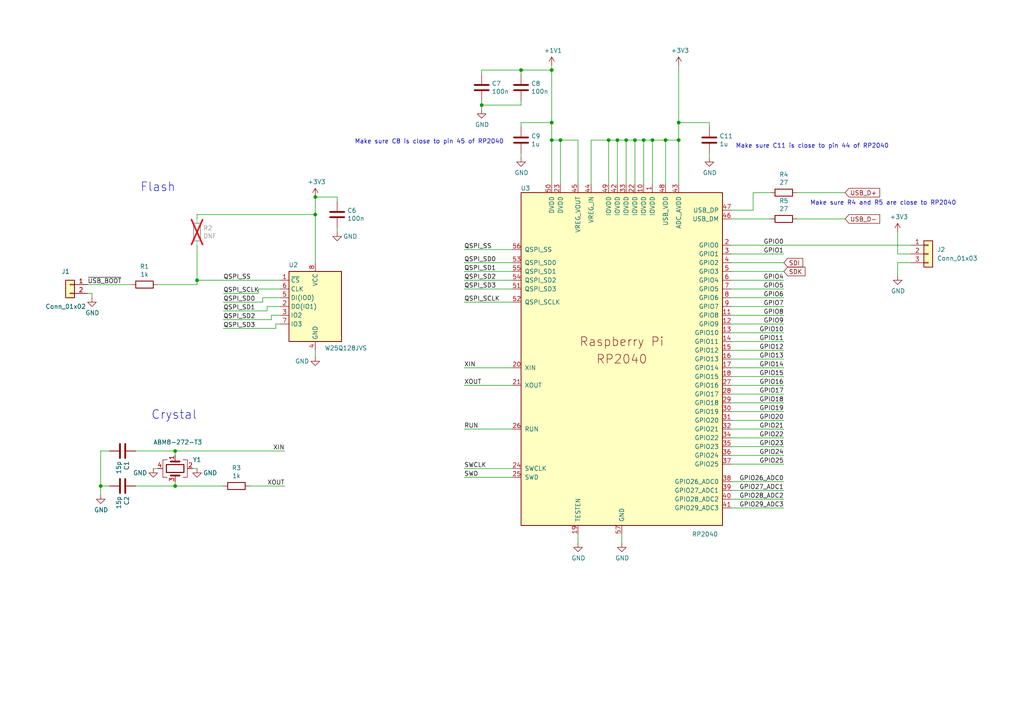
<source format=kicad_sch>
(kicad_sch (version 20231120) (generator "eeschema") (generator_version "8.0")
  (paper "A4")
  (lib_symbols
    (symbol "Connector_Generic:Conn_01x02" (pin_names (offset 1.016) hide)
      (property "Reference" "J" (at 0 2.54 0))
      (property "Value" "Conn_01x02" (at 0 -5.08 0))
      (symbol "Conn_01x02_1_1"
        (rectangle (start -1.27 -2.413) (end 0 -2.667) (stroke (width 0.1524)))
        (rectangle (start -1.27 0.127) (end 0 -0.127) (stroke (width 0.1524)))
        (rectangle (start -1.27 1.27) (end 1.27 -3.81) (stroke (width 0.254)) (fill (type background)))
        (pin passive line (at -5.08 0 0) (length 3.81) (name "Pin_1") (number "1"))
        (pin passive line (at -5.08 -2.54 0) (length 3.81) (name "Pin_2") (number "2"))
      )
    )
    (symbol "Connector_Generic:Conn_01x03" (pin_names (offset 1.016) hide)
      (property "Reference" "J" (at 0 5.08 0))
      (property "Value" "Conn_01x03" (at 0 -5.08 0))
      (symbol "Conn_01x03_1_1"
        (rectangle (start -1.27 -2.413) (end 0 -2.667) (stroke (width 0.1524)))
        (rectangle (start -1.27 0.127) (end 0 -0.127) (stroke (width 0.1524)))
        (rectangle (start -1.27 2.667) (end 0 2.413) (stroke (width 0.1524)))
        (rectangle (start -1.27 3.81) (end 1.27 -3.81) (stroke (width 0.254)) (fill (type background)))
        (pin passive line (at -5.08 2.54 0) (length 3.81) (name "Pin_1") (number "1"))
        (pin passive line (at -5.08 0 0) (length 3.81) (name "Pin_2") (number "2"))
        (pin passive line (at -5.08 -2.54 0) (length 3.81) (name "Pin_3") (number "3"))
      )
    )
    (symbol "Device:C" (pin_numbers hide) (pin_names (offset 0.254))
      (property "Reference" "C" (at 0.635 2.54 0))
      (property "Value" "C" (at 0.635 -2.54 0))
      (symbol "C_0_1"
        (polyline (pts (xy -2.032 -0.762) (xy 2.032 -0.762)) (stroke (width 0.508)))
        (polyline (pts (xy -2.032 0.762) (xy 2.032 0.762)) (stroke (width 0.508)))
      )
      (symbol "C_1_1"
        (pin passive line (at 0 3.81 270) (length 2.794) (name "~") (number "1"))
        (pin passive line (at 0 -3.81 90) (length 2.794) (name "~") (number "2"))
      )
    )
    (symbol "Device:Crystal_GND24" (pin_names (offset 1.016) hide)
      (property "Reference" "Y" (at 3.175 5.08 0))
      (property "Value" "Crystal_GND24" (at 3.175 3.175 0))
      (symbol "Crystal_GND24_0_1"
        (rectangle (start -1.143 2.54) (end 1.143 -2.54) (stroke (width 0.3048)))
        (polyline (pts (xy -2.54 0) (xy -2.032 0)))
        (polyline (pts (xy -2.032 -1.27) (xy -2.032 1.27)) (stroke (width 0.508)))
        (polyline (pts (xy 0 -3.81) (xy 0 -3.556)))
        (polyline (pts (xy 0 3.556) (xy 0 3.81)))
        (polyline (pts (xy 2.032 -1.27) (xy 2.032 1.27)) (stroke (width 0.508)))
        (polyline (pts (xy 2.032 0) (xy 2.54 0)))
        (polyline (pts (xy -2.54 -2.286) (xy -2.54 -3.556) (xy 2.54 -3.556) (xy 2.54 -2.286)))
        (polyline (pts (xy -2.54 2.286) (xy -2.54 3.556) (xy 2.54 3.556) (xy 2.54 2.286)))
      )
      (symbol "Crystal_GND24_1_1"
        (pin passive line (at -3.81 0 0) (length 1.27) (name "1") (number "1"))
        (pin passive line (at 0 5.08 270) (length 1.27) (name "2") (number "2"))
        (pin passive line (at 3.81 0 180) (length 1.27) (name "3") (number "3"))
        (pin passive line (at 0 -5.08 90) (length 1.27) (name "4") (number "4"))
      )
    )
    (symbol "Device:R" (pin_numbers hide) (pin_names (offset 0))
      (property "Reference" "R" (at 2.032 0 90))
      (property "Value" "R" (at 0 0 90))
      (symbol "R_0_1"
        (rectangle (start -1.016 -2.54) (end 1.016 2.54) (stroke (width 0.254)))
      )
      (symbol "R_1_1"
        (pin passive line (at 0 3.81 270) (length 1.27) (name "~") (number "1"))
        (pin passive line (at 0 -3.81 90) (length 1.27) (name "~") (number "2"))
      )
    )
    (symbol "MCU_RaspberryPi_RP2040:RP2040" (pin_names (offset 1.016))
      (property "Reference" "U" (at -29.21 49.53 0))
      (property "Value" "RP2040" (at 24.13 -49.53 0))
      (symbol "RP2040_0_0"
        (text "Raspberry Pi" (at 0 5.08 0) (effects (font (size 2.54 2.54))))
        (text "RP2040" (at 0 0 0) (effects (font (size 2.54 2.54))))
      )
      (symbol "RP2040_0_1"
        (rectangle (start 29.21 48.26) (end -29.21 -48.26) (stroke (width 0.254)) (fill (type background)))
      )
      (symbol "RP2040_1_1"
        (pin power_in line (at 8.89 50.8 270) (length 2.54) (name "IOVDD") (number "1"))
        (pin power_in line (at 6.35 50.8 270) (length 2.54) (name "IOVDD") (number "10"))
        (pin bidirectional line (at 31.75 12.7 180) (length 2.54) (name "GPIO8") (number "11"))
        (pin bidirectional line (at 31.75 10.16 180) (length 2.54) (name "GPIO9") (number "12"))
        (pin bidirectional line (at 31.75 7.62 180) (length 2.54) (name "GPIO10") (number "13"))
        (pin bidirectional line (at 31.75 5.08 180) (length 2.54) (name "GPIO11") (number "14"))
        (pin bidirectional line (at 31.75 2.54 180) (length 2.54) (name "GPIO12") (number "15"))
        (pin bidirectional line (at 31.75 0 180) (length 2.54) (name "GPIO13") (number "16"))
        (pin bidirectional line (at 31.75 -2.54 180) (length 2.54) (name "GPIO14") (number "17"))
        (pin bidirectional line (at 31.75 -5.08 180) (length 2.54) (name "GPIO15") (number "18"))
        (pin passive line (at -12.7 -50.8 90) (length 2.54) (name "TESTEN") (number "19"))
        (pin bidirectional line (at 31.75 33.02 180) (length 2.54) (name "GPIO0") (number "2"))
        (pin input line (at -31.75 -2.54 0) (length 2.54) (name "XIN") (number "20"))
        (pin passive line (at -31.75 -7.62 0) (length 2.54) (name "XOUT") (number "21"))
        (pin power_in line (at 3.81 50.8 270) (length 2.54) (name "IOVDD") (number "22"))
        (pin power_in line (at -17.78 50.8 270) (length 2.54) (name "DVDD") (number "23"))
        (pin output line (at -31.75 -31.75 0) (length 2.54) (name "SWCLK") (number "24"))
        (pin bidirectional line (at -31.75 -34.29 0) (length 2.54) (name "SWD") (number "25"))
        (pin input line (at -31.75 -20.32 0) (length 2.54) (name "RUN") (number "26"))
        (pin bidirectional line (at 31.75 -7.62 180) (length 2.54) (name "GPIO16") (number "27"))
        (pin bidirectional line (at 31.75 -10.16 180) (length 2.54) (name "GPIO17") (number "28"))
        (pin bidirectional line (at 31.75 -12.7 180) (length 2.54) (name "GPIO18") (number "29"))
        (pin bidirectional line (at 31.75 30.48 180) (length 2.54) (name "GPIO1") (number "3"))
        (pin bidirectional line (at 31.75 -15.24 180) (length 2.54) (name "GPIO19") (number "30"))
        (pin bidirectional line (at 31.75 -17.78 180) (length 2.54) (name "GPIO20") (number "31"))
        (pin bidirectional line (at 31.75 -20.32 180) (length 2.54) (name "GPIO21") (number "32"))
        (pin power_in line (at 1.27 50.8 270) (length 2.54) (name "IOVDD") (number "33"))
        (pin bidirectional line (at 31.75 -22.86 180) (length 2.54) (name "GPIO22") (number "34"))
        (pin bidirectional line (at 31.75 -25.4 180) (length 2.54) (name "GPIO23") (number "35"))
        (pin bidirectional line (at 31.75 -27.94 180) (length 2.54) (name "GPIO24") (number "36"))
        (pin bidirectional line (at 31.75 -30.48 180) (length 2.54) (name "GPIO25") (number "37"))
        (pin bidirectional line (at 31.75 -35.56 180) (length 2.54) (name "GPIO26_ADC0") (number "38"))
        (pin bidirectional line (at 31.75 -38.1 180) (length 2.54) (name "GPIO27_ADC1") (number "39"))
        (pin bidirectional line (at 31.75 27.94 180) (length 2.54) (name "GPIO2") (number "4"))
        (pin bidirectional line (at 31.75 -40.64 180) (length 2.54) (name "GPIO28_ADC2") (number "40"))
        (pin bidirectional line (at 31.75 -43.18 180) (length 2.54) (name "GPIO29_ADC3") (number "41"))
        (pin power_in line (at -1.27 50.8 270) (length 2.54) (name "IOVDD") (number "42"))
        (pin power_in line (at 16.51 50.8 270) (length 2.54) (name "ADC_AVDD") (number "43"))
        (pin power_in line (at -8.89 50.8 270) (length 2.54) (name "VREG_IN") (number "44"))
        (pin power_out line (at -12.7 50.8 270) (length 2.54) (name "VREG_VOUT") (number "45"))
        (pin bidirectional line (at 31.75 40.64 180) (length 2.54) (name "USB_DM") (number "46"))
        (pin bidirectional line (at 31.75 43.18 180) (length 2.54) (name "USB_DP") (number "47"))
        (pin power_in line (at 12.7 50.8 270) (length 2.54) (name "USB_VDD") (number "48"))
        (pin power_in line (at -3.81 50.8 270) (length 2.54) (name "IOVDD") (number "49"))
        (pin bidirectional line (at 31.75 25.4 180) (length 2.54) (name "GPIO3") (number "5"))
        (pin power_in line (at -20.32 50.8 270) (length 2.54) (name "DVDD") (number "50"))
        (pin bidirectional line (at -31.75 20.32 0) (length 2.54) (name "QSPI_SD3") (number "51"))
        (pin output line (at -31.75 16.51 0) (length 2.54) (name "QSPI_SCLK") (number "52"))
        (pin bidirectional line (at -31.75 27.94 0) (length 2.54) (name "QSPI_SD0") (number "53"))
        (pin bidirectional line (at -31.75 22.86 0) (length 2.54) (name "QSPI_SD2") (number "54"))
        (pin bidirectional line (at -31.75 25.4 0) (length 2.54) (name "QSPI_SD1") (number "55"))
        (pin bidirectional line (at -31.75 31.75 0) (length 2.54) (name "QSPI_SS") (number "56"))
        (pin power_in line (at 0 -50.8 90) (length 2.54) (name "GND") (number "57"))
        (pin bidirectional line (at 31.75 22.86 180) (length 2.54) (name "GPIO4") (number "6"))
        (pin bidirectional line (at 31.75 20.32 180) (length 2.54) (name "GPIO5") (number "7"))
        (pin bidirectional line (at 31.75 17.78 180) (length 2.54) (name "GPIO6") (number "8"))
        (pin bidirectional line (at 31.75 15.24 180) (length 2.54) (name "GPIO7") (number "9"))
      )
    )
    (symbol "Memory_Flash:W25Q128JVS"
      (property "Reference" "U" (at -8.89 8.89 0))
      (property "Value" "W25Q128JVS" (at 7.62 8.89 0))
      (symbol "W25Q128JVS_0_1"
        (rectangle (start -7.62 10.16) (end 7.62 -10.16) (stroke (width 0.254)) (fill (type background)))
      )
      (symbol "W25Q128JVS_1_1"
        (pin input line (at -10.16 7.62 0) (length 2.54) (name "~{CS}") (number "1"))
        (pin bidirectional line (at -10.16 0 0) (length 2.54) (name "DO(IO1)") (number "2"))
        (pin bidirectional line (at -10.16 -2.54 0) (length 2.54) (name "IO2") (number "3"))
        (pin power_in line (at 0 -12.7 90) (length 2.54) (name "GND") (number "4"))
        (pin bidirectional line (at -10.16 2.54 0) (length 2.54) (name "DI(IO0)") (number "5"))
        (pin input line (at -10.16 5.08 0) (length 2.54) (name "CLK") (number "6"))
        (pin bidirectional line (at -10.16 -5.08 0) (length 2.54) (name "IO3") (number "7"))
        (pin power_in line (at 0 12.7 270) (length 2.54) (name "VCC") (number "8"))
      )
    )
    (symbol "power:+1V1" (power) (pin_names (offset 0))
      (property "Value" "+1V1" (at 0 3.556 0))
      (symbol "+1V1_0_1"
        (polyline (pts (xy -0.762 1.27) (xy 0 2.54)))
        (polyline (pts (xy 0 0) (xy 0 2.54)))
        (polyline (pts (xy 0 2.54) (xy 0.762 1.27)))
      )
      (symbol "+1V1_1_1"
        (pin power_in line (at 0 0 90) (length 0) hide (name "+1V1") (number "1"))
      )
    )
    (symbol "power:+3V3" (power) (pin_names (offset 0))
      (property "Value" "+3V3" (at 0 3.556 0))
      (symbol "+3V3_0_1"
        (polyline (pts (xy -0.762 1.27) (xy 0 2.54)))
        (polyline (pts (xy 0 0) (xy 0 2.54)))
        (polyline (pts (xy 0 2.54) (xy 0.762 1.27)))
      )
      (symbol "+3V3_1_1"
        (pin power_in line (at 0 0 90) (length 0) hide (name "+3V3") (number "1"))
      )
    )
    (symbol "power:GND" (power) (pin_names (offset 0))
      (property "Value" "GND" (at 0 -3.81 0))
      (symbol "GND_0_1"
        (polyline (pts (xy 0 0) (xy 0 -1.27) (xy 1.27 -1.27) (xy 0 -2.54) (xy -1.27 -1.27) (xy 0 -1.27)))
      )
      (symbol "GND_1_1"
        (pin power_in line (at 0 0 270) (length 0) hide (name "GND") (number "1"))
      )
    )
  )
  (junction (at 176.53 40.64))
  (junction (at 50.8 140.97))
  (junction (at 196.85 35.56))
  (junction (at 189.23 40.64))
  (junction (at 139.7 30.48))
  (junction (at 91.44 62.23))
  (junction (at 50.8 130.81))
  (junction (at 160.02 40.64))
  (junction (at 57.15 81.28))
  (junction (at 196.85 40.64))
  (junction (at 184.15 40.64))
  (junction (at 160.02 35.56))
  (junction (at 186.69 40.64))
  (junction (at 91.44 57.15))
  (junction (at 162.56 40.64))
  (junction (at 179.07 40.64))
  (junction (at 193.04 40.64))
  (junction (at 29.21 140.97))
  (junction (at 160.02 20.32))
  (junction (at 181.61 40.64))
  (junction (at 151.13 20.32))
  (wire (pts (xy 97.79 58.42) (xy 97.79 57.15)))
  (wire (pts (xy 39.37 140.97) (xy 50.8 140.97)))
  (wire (pts (xy 196.85 35.56) (xy 196.85 40.64)))
  (wire (pts (xy 148.59 72.39) (xy 134.62 72.39)))
  (wire (pts (xy 196.85 19.05) (xy 196.85 35.56)))
  (wire (pts (xy 74.93 83.82) (xy 74.93 85.09)))
  (wire (pts (xy 167.64 40.64) (xy 162.56 40.64)))
  (wire (pts (xy 212.09 86.36) (xy 227.33 86.36)))
  (wire (pts (xy 167.64 53.34) (xy 167.64 40.64)))
  (wire (pts (xy 162.56 53.34) (xy 162.56 40.64)))
  (wire (pts (xy 50.8 130.81) (xy 82.55 130.81)))
  (wire (pts (xy 76.2 86.36) (xy 76.2 87.63)))
  (wire (pts (xy 134.62 83.82) (xy 148.59 83.82)))
  (wire (pts (xy 57.15 63.5) (xy 57.15 62.23)))
  (wire (pts (xy 151.13 20.32) (xy 160.02 20.32)))
  (wire (pts (xy 196.85 35.56) (xy 205.74 35.56)))
  (wire (pts (xy 31.75 140.97) (xy 29.21 140.97)))
  (wire (pts (xy 160.02 35.56) (xy 160.02 40.64)))
  (wire (pts (xy 55.88 135.89) (xy 57.15 135.89)))
  (wire (pts (xy 260.35 76.2) (xy 260.35 80.01)))
  (wire (pts (xy 231.14 63.5) (xy 245.11 63.5)))
  (wire (pts (xy 167.64 154.94) (xy 167.64 157.48)))
  (wire (pts (xy 212.09 116.84) (xy 227.33 116.84)))
  (wire (pts (xy 176.53 53.34) (xy 176.53 40.64)))
  (wire (pts (xy 196.85 40.64) (xy 196.85 53.34)))
  (wire (pts (xy 78.74 91.44) (xy 78.74 92.71)))
  (wire (pts (xy 212.09 124.46) (xy 227.33 124.46)))
  (wire (pts (xy 212.09 106.68) (xy 227.33 106.68)))
  (wire (pts (xy 139.7 30.48) (xy 139.7 31.75)))
  (wire (pts (xy 212.09 139.7) (xy 227.33 139.7)))
  (wire (pts (xy 212.09 129.54) (xy 227.33 129.54)))
  (wire (pts (xy 212.09 134.62) (xy 227.33 134.62)))
  (wire (pts (xy 139.7 29.21) (xy 139.7 30.48)))
  (wire (pts (xy 80.01 95.25) (xy 64.77 95.25)))
  (wire (pts (xy 176.53 40.64) (xy 179.07 40.64)))
  (wire (pts (xy 148.59 87.63) (xy 134.62 87.63)))
  (wire (pts (xy 57.15 62.23) (xy 91.44 62.23)))
  (wire (pts (xy 218.44 55.88) (xy 218.44 60.96)))
  (wire (pts (xy 184.15 53.34) (xy 184.15 40.64)))
  (wire (pts (xy 171.45 53.34) (xy 171.45 40.64)))
  (wire (pts (xy 31.75 130.81) (xy 29.21 130.81)))
  (wire (pts (xy 151.13 36.83) (xy 151.13 35.56)))
  (wire (pts (xy 212.09 91.44) (xy 227.33 91.44)))
  (wire (pts (xy 205.74 44.45) (xy 205.74 45.72)))
  (wire (pts (xy 50.8 140.97) (xy 64.77 140.97)))
  (wire (pts (xy 212.09 114.3) (xy 227.33 114.3)))
  (wire (pts (xy 97.79 66.04) (xy 97.79 67.31)))
  (wire (pts (xy 212.09 83.82) (xy 227.33 83.82)))
  (wire (pts (xy 160.02 19.05) (xy 160.02 20.32)))
  (wire (pts (xy 212.09 71.12) (xy 264.16 71.12)))
  (wire (pts (xy 181.61 53.34) (xy 181.61 40.64)))
  (wire (pts (xy 160.02 20.32) (xy 160.02 35.56)))
  (wire (pts (xy 139.7 30.48) (xy 151.13 30.48)))
  (wire (pts (xy 179.07 40.64) (xy 181.61 40.64)))
  (wire (pts (xy 148.59 135.89) (xy 134.62 135.89)))
  (wire (pts (xy 212.09 73.66) (xy 227.33 73.66)))
  (wire (pts (xy 38.1 82.55) (xy 25.4 82.55)))
  (wire (pts (xy 231.14 55.88) (xy 245.11 55.88)))
  (wire (pts (xy 181.61 40.64) (xy 184.15 40.64)))
  (wire (pts (xy 162.56 40.64) (xy 160.02 40.64)))
  (wire (pts (xy 212.09 63.5) (xy 223.52 63.5)))
  (wire (pts (xy 78.74 92.71) (xy 64.77 92.71)))
  (wire (pts (xy 97.79 57.15) (xy 91.44 57.15)))
  (wire (pts (xy 57.15 81.28) (xy 81.28 81.28)))
  (wire (pts (xy 151.13 21.59) (xy 151.13 20.32)))
  (wire (pts (xy 260.35 67.31) (xy 260.35 73.66)))
  (wire (pts (xy 91.44 103.505) (xy 91.44 101.6)))
  (wire (pts (xy 74.93 85.09) (xy 64.77 85.09)))
  (wire (pts (xy 139.7 21.59) (xy 139.7 20.32)))
  (wire (pts (xy 81.28 88.9) (xy 77.47 88.9)))
  (wire (pts (xy 148.59 124.46) (xy 134.62 124.46)))
  (wire (pts (xy 80.01 93.98) (xy 80.01 95.25)))
  (wire (pts (xy 139.7 20.32) (xy 151.13 20.32)))
  (wire (pts (xy 193.04 40.64) (xy 196.85 40.64)))
  (wire (pts (xy 57.15 81.28) (xy 57.15 82.55)))
  (wire (pts (xy 193.04 53.34) (xy 193.04 40.64)))
  (wire (pts (xy 186.69 53.34) (xy 186.69 40.64)))
  (wire (pts (xy 212.09 88.9) (xy 227.33 88.9)))
  (wire (pts (xy 212.09 81.28) (xy 227.33 81.28)))
  (wire (pts (xy 148.59 111.76) (xy 134.62 111.76)))
  (wire (pts (xy 212.09 132.08) (xy 227.33 132.08)))
  (wire (pts (xy 50.8 132.08) (xy 50.8 130.81)))
  (wire (pts (xy 76.2 87.63) (xy 64.77 87.63)))
  (wire (pts (xy 77.47 90.17) (xy 64.77 90.17)))
  (wire (pts (xy 50.8 139.7) (xy 50.8 140.97)))
  (wire (pts (xy 171.45 40.64) (xy 176.53 40.64)))
  (wire (pts (xy 57.15 71.12) (xy 57.15 81.28)))
  (wire (pts (xy 179.07 53.34) (xy 179.07 40.64)))
  (wire (pts (xy 264.16 73.66) (xy 260.35 73.66)))
  (wire (pts (xy 212.09 127) (xy 227.33 127)))
  (wire (pts (xy 160.02 40.64) (xy 160.02 53.34)))
  (wire (pts (xy 148.59 138.43) (xy 134.62 138.43)))
  (wire (pts (xy 212.09 147.32) (xy 227.33 147.32)))
  (wire (pts (xy 91.44 57.15) (xy 91.44 62.23)))
  (wire (pts (xy 151.13 44.45) (xy 151.13 45.72)))
  (wire (pts (xy 186.69 40.64) (xy 189.23 40.64)))
  (wire (pts (xy 29.21 140.97) (xy 29.21 143.51)))
  (wire (pts (xy 212.09 99.06) (xy 227.33 99.06)))
  (wire (pts (xy 212.09 119.38) (xy 227.33 119.38)))
  (wire (pts (xy 212.09 60.96) (xy 218.44 60.96)))
  (wire (pts (xy 212.09 111.76) (xy 227.33 111.76)))
  (wire (pts (xy 212.09 96.52) (xy 227.33 96.52)))
  (wire (pts (xy 184.15 40.64) (xy 186.69 40.64)))
  (wire (pts (xy 189.23 40.64) (xy 193.04 40.64)))
  (wire (pts (xy 91.44 62.23) (xy 91.44 76.2)))
  (wire (pts (xy 205.74 36.83) (xy 205.74 35.56)))
  (wire (pts (xy 212.09 104.14) (xy 227.33 104.14)))
  (wire (pts (xy 81.28 86.36) (xy 76.2 86.36)))
  (wire (pts (xy 81.28 91.44) (xy 78.74 91.44)))
  (wire (pts (xy 81.28 93.98) (xy 80.01 93.98)))
  (wire (pts (xy 212.09 121.92) (xy 227.33 121.92)))
  (wire (pts (xy 212.09 76.2) (xy 227.33 76.2)))
  (wire (pts (xy 25.4 85.09) (xy 26.67 85.09)))
  (wire (pts (xy 212.09 101.6) (xy 227.33 101.6)))
  (wire (pts (xy 29.21 130.81) (xy 29.21 140.97)))
  (wire (pts (xy 39.37 130.81) (xy 50.8 130.81)))
  (wire (pts (xy 189.23 40.64) (xy 189.23 53.34)))
  (wire (pts (xy 74.93 83.82) (xy 81.28 83.82)))
  (wire (pts (xy 218.44 55.88) (xy 223.52 55.88)))
  (wire (pts (xy 134.62 78.74) (xy 148.59 78.74)))
  (wire (pts (xy 212.09 142.24) (xy 227.33 142.24)))
  (wire (pts (xy 180.34 154.94) (xy 180.34 157.48)))
  (wire (pts (xy 212.09 93.98) (xy 227.33 93.98)))
  (wire (pts (xy 134.62 106.68) (xy 148.59 106.68)))
  (wire (pts (xy 44.45 135.89) (xy 45.72 135.89)))
  (wire (pts (xy 77.47 88.9) (xy 77.47 90.17)))
  (wire (pts (xy 134.62 81.28) (xy 148.59 81.28)))
  (wire (pts (xy 151.13 35.56) (xy 160.02 35.56)))
  (wire (pts (xy 212.09 109.22) (xy 227.33 109.22)))
  (wire (pts (xy 264.16 76.2) (xy 260.35 76.2)))
  (wire (pts (xy 212.09 78.74) (xy 227.33 78.74)))
  (wire (pts (xy 26.67 85.09) (xy 26.67 86.36)))
  (wire (pts (xy 45.72 82.55) (xy 57.15 82.55)))
  (wire (pts (xy 134.62 76.2) (xy 148.59 76.2)))
  (wire (pts (xy 72.39 140.97) (xy 82.55 140.97)))
  (wire (pts (xy 212.09 144.78) (xy 227.33 144.78)))
  (wire (pts (xy 151.13 30.48) (xy 151.13 29.21)))
  (text "Crystal" (at 43.815 121.92 0) (effects (font (size 2.54 2.54)) (justify left bottom)))
  (text "Flash" (at 40.64 55.88 0) (effects (font (size 2.54 2.54)) (justify left bottom)))
  (text "Make sure R4 and R5 are close to RP2040" (at 234.95 59.69 0) (effects (font (size 1.27 1.27)) (justify left bottom)))
  (text "Make sure C11 is close to pin 44 of RP2040" (at 213.36 43.18 0) (effects (font (size 1.27 1.27)) (justify left bottom)))
  (text "Make sure C8 is close to pin 45 of RP2040" (at 102.87 41.91 0) (effects (font (size 1.27 1.27)) (justify left bottom)))
  (label "GPIO9" (at 227.33 93.98 180))
  (label "GPIO21" (at 227.33 124.46 180))
  (label "GPIO27_ADC1" (at 227.33 142.24 180))
  (label "GPIO18" (at 227.33 116.84 180))
  (label "GPIO22" (at 227.33 127 180))
  (label "XIN" (at 82.55 130.81 180))
  (label "QSPI_SD3" (at 64.77 95.25 0))
  (label "QSPI_SD2" (at 134.62 81.28 0))
  (label "QSPI_SCLK" (at 64.77 85.09 0))
  (label "GPIO16" (at 227.33 111.76 180))
  (label "GPIO1" (at 227.33 73.66 180))
  (label "GPIO6" (at 227.33 86.36 180))
  (label "GPIO29_ADC3" (at 227.33 147.32 180))
  (label "GPIO12" (at 227.33 101.6 180))
  (label "QSPI_SD2" (at 64.77 92.71 0))
  (label "QSPI_SD0" (at 64.77 87.63 0))
  (label "GPIO0" (at 227.33 71.12 180))
  (label "GPIO5" (at 227.33 83.82 180))
  (label "GPIO4" (at 227.33 81.28 180))
  (label "XOUT" (at 82.55 140.97 180))
  (label "QSPI_SD3" (at 134.62 83.82 0))
  (label "GPIO17" (at 227.33 114.3 180))
  (label "GPIO24" (at 227.33 132.08 180))
  (label "GPIO7" (at 227.33 88.9 180))
  (label "SWD" (at 134.62 138.43 0))
  (label "GPIO15" (at 227.33 109.22 180))
  (label "GPIO14" (at 227.33 106.68 180))
  (label "QSPI_SS" (at 134.62 72.39 0))
  (label "GPIO26_ADC0" (at 227.33 139.7 180))
  (label "GPIO10" (at 227.33 96.52 180))
  (label "QSPI_SD1" (at 134.62 78.74 0))
  (label "XIN" (at 134.62 106.68 0))
  (label "QSPI_SD1" (at 64.77 90.17 0))
  (label "RUN" (at 134.62 124.46 0))
  (label "GPIO23" (at 227.33 129.54 180))
  (label "GPIO20" (at 227.33 121.92 180))
  (label "GPIO11" (at 227.33 99.06 180))
  (label "QSPI_SCLK" (at 134.62 87.63 0))
  (label "GPIO19" (at 227.33 119.38 180))
  (label "QSPI_SS" (at 64.77 81.28 0))
  (label "GPIO13" (at 227.33 104.14 180))
  (label "XOUT" (at 134.62 111.76 0))
  (label "GPIO8" (at 227.33 91.44 180))
  (label "GPIO25" (at 227.33 134.62 180))
  (label "SWCLK" (at 134.62 135.89 0))
  (label "~{USB_BOOT}" (at 25.4 82.55 0))
  (label "QSPI_SD0" (at 134.62 76.2 0))
  (label "GPIO28_ADC2" (at 227.33 144.78 180))
  (global_label "SDK" (shape input) (at 227.33 78.74 0) (property "Intersheetrefs" "${INTERSHEET_REFS}" (effects (hide yes))))
  (global_label "USB_D+" (shape input) (at 245.11 55.88 0) (property "Intersheetrefs" "${INTERSHEET_REFS}" (effects (hide yes))))
  (global_label "USB_D-" (shape input) (at 245.11 63.5 0) (property "Intersheetrefs" "${INTERSHEET_REFS}" (effects (hide yes))))
  (global_label "SDI" (shape input) (at 227.33 76.2 0) (property "Intersheetrefs" "${INTERSHEET_REFS}" (effects (hide yes))))
  (symbol (lib_id "power:GND") (at 57.15 135.89 0) (unit 1)
    (property "Reference" "#PWR07" (effects (hide yes)))
    (property "Value" "GND" (at 60.96 137.16 0))
  )
  (symbol (lib_id "power:GND") (at 180.34 157.48 0) (unit 1)
    (property "Reference" "#PWR020" (effects (hide yes)))
    (property "Value" "GND" (at 180.467 161.8742 0))
  )
  (symbol (lib_id "power:+3V3") (at 91.44 57.15 0) (unit 1)
    (property "Reference" "#PWR013" (effects (hide yes)))
    (property "Value" "+3V3" (at 91.821 52.7558 0))
  )
  (symbol (lib_id "power:GND") (at 26.67 86.36 0) (unit 1)
    (property "Reference" "#PWR03" (effects (hide yes)))
    (property "Value" "GND" (at 26.797 90.7542 0))
  )
  (symbol (lib_id "power:GND") (at 44.45 135.89 0) (unit 1)
    (property "Reference" "#PWR05" (effects (hide yes)))
    (property "Value" "GND" (at 40.64 137.16 0))
  )
  (symbol (lib_id "power:GND") (at 151.13 45.72 0) (unit 1)
    (property "Reference" "#PWR017" (effects (hide yes)))
    (property "Value" "GND" (at 151.257 50.1142 0))
  )
  (symbol (lib_id "Device:R") (at 227.33 55.88 270) (unit 1)
    (property "Reference" "R4" (at 227.33 50.6222 90))
    (property "Value" "27" (at 227.33 52.9336 90))
    (property "Footprint" "Resistor_SMD:R_0402_1005Metric" (effects (hide yes)))
  )
  (symbol (lib_id "Connector_Generic:Conn_01x02") (at 20.32 82.55 0) (mirror y) (unit 1)
    (property "Reference" "J1" (at 19.05 78.74 0))
    (property "Value" "Conn_01x02" (at 19.05 88.9 0))
    (property "Footprint" "Connector_PinHeader_2.54mm:PinHeader_1x02_P2.54mm_Vertical" (effects (hide yes)))
  )
  (symbol (lib_id "Device:Crystal_GND24") (at 50.8 135.89 270) (unit 1)
    (property "Reference" "Y1" (at 55.88 133.35 90) (effects (justify left)))
    (property "Value" "ABM8-272-T3" (at 44.45 128.27 90) (effects (justify left)))
    (property "Footprint" "Crystal:Crystal_SMD_3225-4Pin_3.2x2.5mm" (effects (hide yes)))
  )
  (symbol (lib_id "power:+3V3") (at 260.35 67.31 0) (unit 1)
    (property "Reference" "#PWR033" (effects (hide yes)))
    (property "Value" "+3V3" (at 260.731 62.9158 0))
  )
  (symbol (lib_id "power:+3V3") (at 196.85 19.05 0) (unit 1)
    (property "Reference" "#PWR021" (effects (hide yes)))
    (property "Value" "+3V3" (at 197.231 14.6558 0))
  )
  (symbol (lib_id "power:GND") (at 29.21 143.51 0) (unit 1)
    (property "Reference" "#PWR02" (effects (hide yes)))
    (property "Value" "GND" (at 29.337 147.9042 0))
  )
  (symbol (lib_id "power:GND") (at 97.79 67.31 0) (unit 1)
    (property "Reference" "#PWR015" (effects (hide yes)))
    (property "Value" "GND" (at 101.6 68.58 0))
  )
  (symbol (lib_id "Device:C") (at 205.74 40.64 0) (unit 1)
    (property "Reference" "C11" (at 208.661 39.4716 0) (effects (justify left)))
    (property "Value" "1u" (at 208.661 41.783 0) (effects (justify left)))
    (property "Footprint" "Capacitor_SMD:C_0402_1005Metric" (effects (hide yes)))
  )
  (symbol (lib_id "Device:C") (at 97.79 62.23 0) (unit 1)
    (property "Reference" "C6" (at 100.711 61.0616 0) (effects (justify left)))
    (property "Value" "100n" (at 100.711 63.373 0) (effects (justify left)))
    (property "Footprint" "Capacitor_SMD:C_0402_1005Metric" (effects (hide yes)))
  )
  (symbol (lib_id "power:GND") (at 139.7 31.75 0) (unit 1)
    (property "Reference" "#PWR016" (effects (hide yes)))
    (property "Value" "GND" (at 139.827 36.1442 0))
  )
  (symbol (lib_id "power:GND") (at 91.44 103.505 0) (unit 1)
    (property "Reference" "#PWR014" (effects (hide yes)))
    (property "Value" "GND" (at 87.63 104.775 0))
  )
  (symbol (lib_id "MCU_RaspberryPi_RP2040:RP2040") (at 180.34 104.14 0) (unit 1)
    (property "Reference" "U3" (at 152.4 54.61 0))
    (property "Value" "RP2040" (at 204.47 154.94 0))
    (property "Footprint" "Package_DFN_QFN:QFN-56-1EP_7x7mm_P0.4mm_EP3.2x3.2mm" (effects (hide yes)))
  )
  (symbol (lib_id "Device:R") (at 68.58 140.97 270) (unit 1)
    (property "Reference" "R3" (at 68.58 135.7122 90))
    (property "Value" "1k" (at 68.58 138.0236 90))
    (property "Footprint" "Resistor_SMD:R_0402_1005Metric" (effects (hide yes)))
  )
  (symbol (lib_id "Device:C") (at 139.7 25.4 0) (unit 1)
    (property "Reference" "C7" (at 142.621 24.2316 0) (effects (justify left)))
    (property "Value" "100n" (at 142.621 26.543 0) (effects (justify left)))
    (property "Footprint" "Capacitor_SMD:C_0402_1005Metric" (effects (hide yes)))
  )
  (symbol (lib_id "Memory_Flash:W25Q128JVS") (at 91.44 88.9 0) (unit 1)
    (property "Reference" "U2" (at 85.09 76.835 0))
    (property "Value" "W25Q128JVS" (at 100.33 100.965 0))
    (property "Footprint" "Package_SO:SOIC-8_5.23x5.23mm_P1.27mm" (effects (hide yes)))
    (property "Datasheet" "http://www.winbond.com/resource-files/w25q128jv_dtr%20revc%2003272018%20plus.pdf" (effects (hide yes)))
  )
  (symbol (lib_id "Device:R") (at 57.15 67.31 0) (unit 1) (dnp yes)
    (property "Reference" "R2" (at 58.928 66.1416 0) (effects (justify left)))
    (property "Value" "DNF" (at 58.928 68.453 0) (effects (justify left)))
    (property "Footprint" "Resistor_SMD:R_0402_1005Metric" (effects (hide yes)))
  )
  (symbol (lib_id "Device:R") (at 227.33 63.5 270) (unit 1)
    (property "Reference" "R5" (at 227.33 58.2422 90))
    (property "Value" "27" (at 227.33 60.5536 90))
    (property "Footprint" "Resistor_SMD:R_0402_1005Metric" (effects (hide yes)))
  )
  (symbol (lib_id "power:+1V1") (at 160.02 19.05 0) (unit 1)
    (property "Reference" "#PWR018" (effects (hide yes)))
    (property "Value" "+1V1" (at 160.401 14.6558 0))
  )
  (symbol (lib_id "power:GND") (at 205.74 45.72 0) (unit 1)
    (property "Reference" "#PWR022" (effects (hide yes)))
    (property "Value" "GND" (at 205.867 50.1142 0))
  )
  (symbol (lib_id "power:GND") (at 167.64 157.48 0) (unit 1)
    (property "Reference" "#PWR019" (effects (hide yes)))
    (property "Value" "GND" (at 167.767 161.8742 0))
  )
  (symbol (lib_id "Connector_Generic:Conn_01x03") (at 269.24 73.66 0) (unit 1)
    (property "Reference" "J2" (at 271.78 72.3899 0) (effects (justify left)))
    (property "Value" "Conn_01x03" (at 271.78 74.9299 0) (effects (justify left)))
    (property "Footprint" "Connector_PinHeader_2.54mm:PinHeader_1x03_P2.54mm_Vertical" (effects (hide yes)))
    (property "Description" "Generic connector, single row, 01x03, script generated (kicad-library-utils/schlib/autogen/connector/)" (effects (hide yes)))
  )
  (symbol (lib_id "Device:C") (at 151.13 25.4 0) (unit 1)
    (property "Reference" "C8" (at 154.051 24.2316 0) (effects (justify left)))
    (property "Value" "100n" (at 154.051 26.543 0) (effects (justify left)))
    (property "Footprint" "Capacitor_SMD:C_0402_1005Metric" (effects (hide yes)))
  )
  (symbol (lib_id "Device:C") (at 35.56 130.81 270) (unit 1)
    (property "Reference" "C1" (at 36.7284 133.731 0) (effects (justify left)))
    (property "Value" "15p" (at 34.417 133.731 0) (effects (justify left)))
    (property "Footprint" "Capacitor_SMD:C_0402_1005Metric" (effects (hide yes)))
  )
  (symbol (lib_id "power:GND") (at 260.35 80.01 0) (unit 1)
    (property "Reference" "#PWR034" (effects (hide yes)))
    (property "Value" "GND" (at 260.477 84.4042 0))
  )
  (symbol (lib_id "Device:C") (at 35.56 140.97 270) (unit 1)
    (property "Reference" "C2" (at 36.7284 143.891 0) (effects (justify left)))
    (property "Value" "15p" (at 34.417 143.891 0) (effects (justify left)))
    (property "Footprint" "Capacitor_SMD:C_0402_1005Metric" (effects (hide yes)))
  )
  (symbol (lib_id "Device:C") (at 151.13 40.64 0) (unit 1)
    (property "Reference" "C9" (at 154.051 39.4716 0) (effects (justify left)))
    (property "Value" "1u" (at 154.051 41.783 0) (effects (justify left)))
    (property "Footprint" "Capacitor_SMD:C_0402_1005Metric" (effects (hide yes)))
  )
  (symbol (lib_id "Device:R") (at 41.91 82.55 270) (unit 1)
    (property "Reference" "R1" (at 41.91 77.2922 90))
    (property "Value" "1k" (at 41.91 79.6036 90))
    (property "Footprint" "Resistor_SMD:R_0402_1005Metric" (effects (hide yes)))
  )
)
</source>
